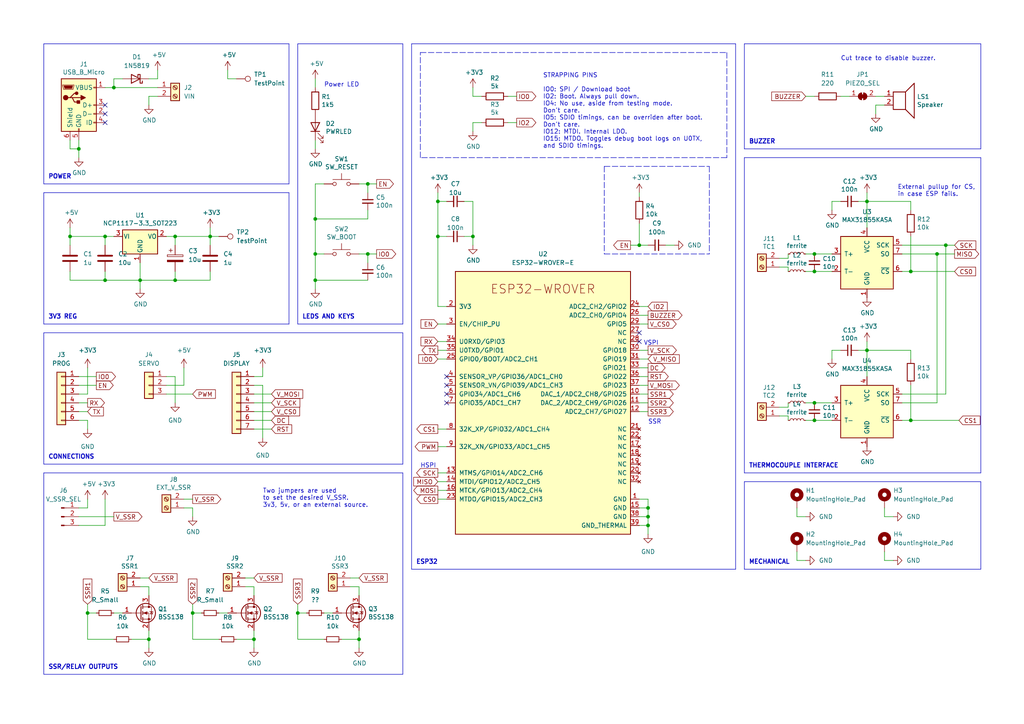
<source format=kicad_sch>
(kicad_sch (version 20211123) (generator eeschema)
  (paper "A4")
  (title_block (title "ReflowESP") (date "2022-07-24") (rev "v0.0.6") (company "Thomas Aldrian"))
  (junction (at 22.86 43.18))
  (junction (at 30.48 68.58))
  (junction (at 25.4 177.8))
  (junction (at 274.32 71.12))
  (junction (at 127 58.42))
  (junction (at 91.44 73.66))
  (junction (at 185.42 71.12))
  (junction (at 187.96 152.4))
  (junction (at 50.8 68.58))
  (junction (at 187.96 147.32))
  (junction (at 137.16 68.58))
  (junction (at 236.22 73.66))
  (junction (at 236.22 116.84))
  (junction (at 60.96 68.58))
  (junction (at 73.66 185.42))
  (junction (at 30.48 81.28))
  (junction (at 106.68 53.34))
  (junction (at 236.22 78.74))
  (junction (at 187.96 149.86))
  (junction (at 43.18 185.42))
  (junction (at 33.02 25.4))
  (junction (at 50.8 81.28))
  (junction (at 127 68.58))
  (junction (at 40.64 81.28))
  (junction (at 104.14 185.42))
  (junction (at 91.44 63.5))
  (junction (at 251.46 58.42))
  (junction (at 271.78 73.66))
  (junction (at 264.16 121.92))
  (junction (at 55.88 177.8))
  (junction (at 264.16 78.74))
  (junction (at 236.22 121.92))
  (junction (at 251.46 101.6))
  (junction (at 20.32 68.58))
  (junction (at 106.68 73.66))
  (junction (at 91.44 81.28))
  (junction (at 86.36 177.8))
  (no_connect (at 129.54 109.22))
  (no_connect (at 129.54 111.76))
  (no_connect (at 129.54 114.3))
  (no_connect (at 129.54 116.84))
  (no_connect (at 30.48 30.48))
  (no_connect (at 30.48 33.02))
  (no_connect (at 30.48 35.56))
  (no_connect (at 185.42 96.52))
  (no_connect (at 185.42 99.06))
  (wire (pts (xy 25.4 147.32) (xy 25.4 144.78)))
  (wire (pts (xy 91.44 73.66) (xy 91.44 63.5)))
  (wire (pts (xy 73.66 124.46) (xy 78.74 124.46)))
  (wire (pts (xy 127 104.14) (xy 129.54 104.14)))
  (wire (pts (xy 33.02 25.4) (xy 30.48 25.4)))
  (wire (pts (xy 25.4 177.8) (xy 27.94 177.8)))
  (wire (pts (xy 271.78 116.84) (xy 271.78 73.66)))
  (polyline (pts (xy 83.82 12.7) (xy 83.82 53.34)) (stroke (width 0) (type solid)))
  (polyline (pts (xy 116.84 12.7) (xy 86.36 12.7)) (stroke (width 0) (type solid)))
  (polyline (pts (xy 116.84 134.62) (xy 12.7 134.62)) (stroke (width 0) (type solid)))
  (wire (pts (xy 101.6 170.18) (xy 104.14 170.18)))
  (wire (pts (xy 104.14 170.18) (xy 104.14 172.72)))
  (wire (pts (xy 25.4 114.3) (xy 25.4 106.68)))
  (wire (pts (xy 149.86 35.56) (xy 147.32 35.56)))
  (wire (pts (xy 185.42 149.86) (xy 187.96 149.86)))
  (wire (pts (xy 137.16 68.58) (xy 137.16 71.12)))
  (wire (pts (xy 251.46 99.06) (xy 251.46 101.6)))
  (wire (pts (xy 185.42 55.88) (xy 185.42 57.15)))
  (wire (pts (xy 231.14 162.56) (xy 233.68 162.56)))
  (wire (pts (xy 185.42 93.98) (xy 187.96 93.98)))
  (wire (pts (xy 48.26 111.76) (xy 53.34 111.76)))
  (wire (pts (xy 22.86 111.76) (xy 27.94 111.76)))
  (wire (pts (xy 241.3 101.6) (xy 243.84 101.6)))
  (wire (pts (xy 261.62 116.84) (xy 271.78 116.84)))
  (wire (pts (xy 22.86 43.18) (xy 20.32 43.18)))
  (wire (pts (xy 271.78 73.66) (xy 276.86 73.66)))
  (wire (pts (xy 86.36 177.8) (xy 88.9 177.8)))
  (wire (pts (xy 248.92 58.42) (xy 251.46 58.42)))
  (wire (pts (xy 33.02 22.86) (xy 33.02 25.4)))
  (wire (pts (xy 43.18 170.18) (xy 43.18 172.72)))
  (wire (pts (xy 73.66 116.84) (xy 78.74 116.84)))
  (wire (pts (xy 50.8 81.28) (xy 60.96 81.28)))
  (wire (pts (xy 147.32 27.94) (xy 149.86 27.94)))
  (polyline (pts (xy 12.7 195.58) (xy 116.84 195.58)) (stroke (width 0) (type solid)))
  (wire (pts (xy 33.02 177.8) (xy 35.56 177.8)))
  (wire (pts (xy 30.48 68.58) (xy 33.02 68.58)))
  (polyline (pts (xy 215.9 45.72) (xy 215.9 137.16)) (stroke (width 0) (type solid)))
  (wire (pts (xy 104.14 167.64) (xy 101.6 167.64)))
  (wire (pts (xy 86.36 185.42) (xy 93.98 185.42)))
  (wire (pts (xy 30.48 68.58) (xy 30.48 71.12)))
  (wire (pts (xy 22.86 119.38) (xy 25.4 119.38)))
  (wire (pts (xy 20.32 78.74) (xy 20.32 81.28)))
  (wire (pts (xy 127 68.58) (xy 129.54 68.58)))
  (polyline (pts (xy 284.48 139.7) (xy 284.48 165.1)) (stroke (width 0) (type solid)))
  (wire (pts (xy 25.4 121.92) (xy 25.4 124.46)))
  (wire (pts (xy 60.96 68.58) (xy 50.8 68.58)))
  (wire (pts (xy 231.14 149.86) (xy 233.68 149.86)))
  (wire (pts (xy 40.64 83.82) (xy 40.64 81.28)))
  (wire (pts (xy 127 55.88) (xy 127 58.42)))
  (wire (pts (xy 233.68 121.92) (xy 236.22 121.92)))
  (wire (pts (xy 106.68 73.66) (xy 104.14 73.66)))
  (wire (pts (xy 106.68 60.96) (xy 106.68 63.5)))
  (wire (pts (xy 231.14 160.02) (xy 231.14 162.56)))
  (wire (pts (xy 20.32 68.58) (xy 30.48 68.58)))
  (wire (pts (xy 185.42 104.14) (xy 187.96 104.14)))
  (wire (pts (xy 91.44 83.82) (xy 91.44 81.28)))
  (wire (pts (xy 256.54 147.32) (xy 256.54 149.86)))
  (wire (pts (xy 106.68 55.88) (xy 106.68 53.34)))
  (wire (pts (xy 241.3 104.14) (xy 241.3 101.6)))
  (wire (pts (xy 193.04 71.12) (xy 195.58 71.12)))
  (wire (pts (xy 25.4 185.42) (xy 25.4 177.8)))
  (wire (pts (xy 185.42 71.12) (xy 187.96 71.12)))
  (wire (pts (xy 86.36 185.42) (xy 86.36 177.8)))
  (wire (pts (xy 228.6 77.47) (xy 226.06 77.47)))
  (wire (pts (xy 106.68 76.2) (xy 106.68 73.66)))
  (wire (pts (xy 251.46 58.42) (xy 251.46 66.04)))
  (polyline (pts (xy 284.48 45.72) (xy 215.9 45.72)) (stroke (width 0) (type solid)))
  (wire (pts (xy 40.64 81.28) (xy 40.64 76.2)))
  (wire (pts (xy 55.88 177.8) (xy 58.42 177.8)))
  (polyline (pts (xy 86.36 93.98) (xy 86.36 12.7)) (stroke (width 0) (type solid)))
  (wire (pts (xy 185.42 109.22) (xy 187.96 109.22)))
  (wire (pts (xy 233.68 116.84) (xy 236.22 116.84)))
  (wire (pts (xy 228.6 74.93) (xy 226.06 74.93)))
  (polyline (pts (xy 116.84 12.7) (xy 116.84 93.98)) (stroke (width 0) (type solid)))
  (wire (pts (xy 106.68 73.66) (xy 109.22 73.66)))
  (wire (pts (xy 127 139.7) (xy 129.54 139.7)))
  (wire (pts (xy 50.8 109.22) (xy 48.26 109.22)))
  (wire (pts (xy 104.14 182.88) (xy 104.14 185.42)))
  (wire (pts (xy 264.16 104.14) (xy 264.16 101.6)))
  (wire (pts (xy 182.88 71.12) (xy 185.42 71.12)))
  (polyline (pts (xy 205.74 48.26) (xy 205.74 73.66)))
  (wire (pts (xy 25.4 175.26) (xy 25.4 177.8)))
  (wire (pts (xy 93.98 73.66) (xy 91.44 73.66)))
  (wire (pts (xy 251.46 58.42) (xy 264.16 58.42)))
  (wire (pts (xy 86.36 175.26) (xy 86.36 177.8)))
  (wire (pts (xy 50.8 71.12) (xy 50.8 68.58)))
  (wire (pts (xy 137.16 58.42) (xy 137.16 68.58)))
  (wire (pts (xy 261.62 114.3) (xy 274.32 114.3)))
  (wire (pts (xy 20.32 66.04) (xy 20.32 68.58)))
  (wire (pts (xy 254 30.48) (xy 256.54 30.48)))
  (wire (pts (xy 254 33.02) (xy 254 30.48)))
  (polyline (pts (xy 213.36 165.1) (xy 119.38 165.1)) (stroke (width 0) (type solid)))
  (wire (pts (xy 187.96 154.94) (xy 187.96 152.4)))
  (wire (pts (xy 55.88 147.32) (xy 55.88 149.86)))
  (wire (pts (xy 134.62 68.58) (xy 137.16 68.58)))
  (wire (pts (xy 187.96 149.86) (xy 187.96 152.4)))
  (polyline (pts (xy 83.82 53.34) (xy 12.7 53.34)) (stroke (width 0) (type solid)))
  (polyline (pts (xy 284.48 165.1) (xy 215.9 165.1)) (stroke (width 0) (type solid)))
  (polyline (pts (xy 175.26 73.66) (xy 205.74 73.66)))
  (wire (pts (xy 185.42 106.68) (xy 187.96 106.68)))
  (wire (pts (xy 137.16 35.56) (xy 139.7 35.56)))
  (wire (pts (xy 233.68 73.66) (xy 236.22 73.66)))
  (wire (pts (xy 185.42 88.9) (xy 187.96 88.9)))
  (wire (pts (xy 236.22 73.66) (xy 241.3 73.66)))
  (wire (pts (xy 43.18 22.86) (xy 45.72 22.86)))
  (polyline (pts (xy 284.48 137.16) (xy 284.48 45.72)) (stroke (width 0) (type solid)))
  (polyline (pts (xy 215.9 137.16) (xy 284.48 137.16)) (stroke (width 0) (type solid)))
  (polyline (pts (xy 215.9 139.7) (xy 215.9 165.1)) (stroke (width 0) (type solid)))
  (wire (pts (xy 20.32 68.58) (xy 20.32 71.12)))
  (wire (pts (xy 76.2 109.22) (xy 73.66 109.22)))
  (wire (pts (xy 127 101.6) (xy 129.54 101.6)))
  (wire (pts (xy 185.42 101.6) (xy 187.96 101.6)))
  (wire (pts (xy 137.16 38.1) (xy 137.16 35.56)))
  (wire (pts (xy 127 144.78) (xy 129.54 144.78)))
  (polyline (pts (xy 12.7 55.88) (xy 12.7 93.98)) (stroke (width 0) (type solid)))
  (wire (pts (xy 25.4 185.42) (xy 33.02 185.42)))
  (wire (pts (xy 127 93.98) (xy 129.54 93.98)))
  (wire (pts (xy 91.44 53.34) (xy 91.44 63.5)))
  (wire (pts (xy 22.86 152.4) (xy 30.48 152.4)))
  (wire (pts (xy 127 129.54) (xy 129.54 129.54)))
  (wire (pts (xy 261.62 78.74) (xy 264.16 78.74)))
  (wire (pts (xy 93.98 53.34) (xy 91.44 53.34)))
  (polyline (pts (xy 213.36 12.7) (xy 213.36 165.1)) (stroke (width 0) (type solid)))
  (wire (pts (xy 91.44 81.28) (xy 91.44 73.66)))
  (wire (pts (xy 251.46 101.6) (xy 251.46 109.22)))
  (polyline (pts (xy 175.26 48.26) (xy 175.26 73.66)))
  (wire (pts (xy 30.48 78.74) (xy 30.48 81.28)))
  (wire (pts (xy 38.1 185.42) (xy 43.18 185.42)))
  (wire (pts (xy 241.3 60.96) (xy 241.3 58.42)))
  (wire (pts (xy 43.18 27.94) (xy 45.72 27.94)))
  (wire (pts (xy 73.66 167.64) (xy 71.12 167.64)))
  (wire (pts (xy 274.32 71.12) (xy 276.86 71.12)))
  (wire (pts (xy 127 58.42) (xy 127 68.58)))
  (wire (pts (xy 48.26 114.3) (xy 55.88 114.3)))
  (wire (pts (xy 185.42 91.44) (xy 187.96 91.44)))
  (wire (pts (xy 53.34 147.32) (xy 55.88 147.32)))
  (polyline (pts (xy 12.7 195.58) (xy 12.7 137.16)) (stroke (width 0) (type solid)))
  (wire (pts (xy 233.68 27.94) (xy 236.22 27.94)))
  (wire (pts (xy 91.44 81.28) (xy 106.68 81.28)))
  (wire (pts (xy 99.06 185.42) (xy 104.14 185.42)))
  (wire (pts (xy 20.32 81.28) (xy 30.48 81.28)))
  (wire (pts (xy 22.86 149.86) (xy 33.02 149.86)))
  (wire (pts (xy 261.62 73.66) (xy 271.78 73.66)))
  (wire (pts (xy 243.84 27.94) (xy 246.38 27.94)))
  (wire (pts (xy 22.86 116.84) (xy 25.4 116.84)))
  (wire (pts (xy 43.18 185.42) (xy 43.18 187.96)))
  (wire (pts (xy 71.12 170.18) (xy 73.66 170.18)))
  (wire (pts (xy 264.16 111.76) (xy 264.16 121.92)))
  (wire (pts (xy 261.62 71.12) (xy 274.32 71.12)))
  (wire (pts (xy 228.6 116.84) (xy 228.6 118.11)))
  (wire (pts (xy 185.42 111.76) (xy 187.96 111.76)))
  (wire (pts (xy 187.96 147.32) (xy 187.96 149.86)))
  (polyline (pts (xy 12.7 55.88) (xy 83.82 55.88)) (stroke (width 0) (type solid)))
  (polyline (pts (xy 83.82 55.88) (xy 83.82 93.98)) (stroke (width 0) (type solid)))
  (wire (pts (xy 43.18 182.88) (xy 43.18 185.42)))
  (polyline (pts (xy 121.92 45.72) (xy 121.92 15.24)))
  (wire (pts (xy 236.22 116.84) (xy 241.3 116.84)))
  (polyline (pts (xy 284.48 43.18) (xy 284.48 12.7)) (stroke (width 0) (type solid)))
  (wire (pts (xy 60.96 66.04) (xy 60.96 68.58)))
  (wire (pts (xy 185.42 144.78) (xy 187.96 144.78)))
  (wire (pts (xy 73.66 170.18) (xy 73.66 172.72)))
  (wire (pts (xy 73.66 119.38) (xy 78.74 119.38)))
  (wire (pts (xy 33.02 22.86) (xy 35.56 22.86)))
  (wire (pts (xy 256.54 160.02) (xy 256.54 162.56)))
  (wire (pts (xy 50.8 78.74) (xy 50.8 81.28)))
  (polyline (pts (xy 284.48 12.7) (xy 215.9 12.7)) (stroke (width 0) (type solid)))
  (wire (pts (xy 127 124.46) (xy 129.54 124.46)))
  (wire (pts (xy 241.3 58.42) (xy 243.84 58.42)))
  (wire (pts (xy 185.42 116.84) (xy 187.96 116.84)))
  (wire (pts (xy 127 142.24) (xy 129.54 142.24)))
  (wire (pts (xy 76.2 111.76) (xy 76.2 127)))
  (wire (pts (xy 261.62 121.92) (xy 264.16 121.92)))
  (wire (pts (xy 63.5 177.8) (xy 66.04 177.8)))
  (wire (pts (xy 73.66 121.92) (xy 78.74 121.92)))
  (wire (pts (xy 137.16 25.4) (xy 137.16 27.94)))
  (wire (pts (xy 43.18 30.48) (xy 43.18 27.94)))
  (wire (pts (xy 104.14 185.42) (xy 104.14 187.96)))
  (wire (pts (xy 264.16 68.58) (xy 264.16 78.74)))
  (wire (pts (xy 22.86 114.3) (xy 25.4 114.3)))
  (wire (pts (xy 228.6 121.92) (xy 228.6 120.65)))
  (wire (pts (xy 73.66 114.3) (xy 78.74 114.3)))
  (wire (pts (xy 134.62 58.42) (xy 137.16 58.42)))
  (polyline (pts (xy 215.9 43.18) (xy 284.48 43.18)) (stroke (width 0) (type solid)))
  (wire (pts (xy 185.42 147.32) (xy 187.96 147.32)))
  (wire (pts (xy 22.86 43.18) (xy 22.86 40.64)))
  (wire (pts (xy 185.42 119.38) (xy 187.96 119.38)))
  (wire (pts (xy 93.98 177.8) (xy 96.52 177.8)))
  (polyline (pts (xy 215.9 12.7) (xy 215.9 43.18)) (stroke (width 0) (type solid)))
  (wire (pts (xy 55.88 185.42) (xy 55.88 177.8)))
  (wire (pts (xy 30.48 81.28) (xy 40.64 81.28)))
  (wire (pts (xy 228.6 118.11) (xy 226.06 118.11)))
  (polyline (pts (xy 210.82 45.72) (xy 121.92 45.72)))
  (wire (pts (xy 274.32 114.3) (xy 274.32 71.12)))
  (wire (pts (xy 91.44 43.18) (xy 91.44 40.64)))
  (wire (pts (xy 60.96 68.58) (xy 63.5 68.58)))
  (wire (pts (xy 264.16 121.92) (xy 278.13 121.92)))
  (wire (pts (xy 45.72 22.86) (xy 45.72 20.32)))
  (polyline (pts (xy 215.9 139.7) (xy 284.48 139.7)) (stroke (width 0) (type solid)))
  (wire (pts (xy 127 99.06) (xy 129.54 99.06)))
  (polyline (pts (xy 119.38 165.1) (xy 119.38 12.7)) (stroke (width 0) (type solid)))
  (wire (pts (xy 73.66 185.42) (xy 73.66 187.96)))
  (polyline (pts (xy 210.82 15.24) (xy 210.82 45.72)))
  (wire (pts (xy 185.42 64.77) (xy 185.42 71.12)))
  (wire (pts (xy 73.66 182.88) (xy 73.66 185.42)))
  (wire (pts (xy 66.04 22.86) (xy 68.58 22.86)))
  (polyline (pts (xy 12.7 96.52) (xy 116.84 96.52)) (stroke (width 0) (type solid)))
  (wire (pts (xy 137.16 27.94) (xy 139.7 27.94)))
  (polyline (pts (xy 116.84 137.16) (xy 12.7 137.16)) (stroke (width 0) (type solid)))
  (wire (pts (xy 68.58 185.42) (xy 73.66 185.42)))
  (wire (pts (xy 40.64 170.18) (xy 43.18 170.18)))
  (polyline (pts (xy 12.7 93.98) (xy 83.82 93.98)) (stroke (width 0) (type solid)))
  (wire (pts (xy 127 137.16) (xy 129.54 137.16)))
  (wire (pts (xy 76.2 106.68) (xy 76.2 109.22)))
  (wire (pts (xy 104.14 53.34) (xy 106.68 53.34)))
  (wire (pts (xy 251.46 101.6) (xy 264.16 101.6)))
  (polyline (pts (xy 12.7 134.62) (xy 12.7 96.52)) (stroke (width 0) (type solid)))
  (wire (pts (xy 228.6 78.74) (xy 228.6 77.47)))
  (wire (pts (xy 55.88 185.42) (xy 63.5 185.42)))
  (wire (pts (xy 22.86 109.22) (xy 27.94 109.22)))
  (polyline (pts (xy 116.84 137.16) (xy 116.84 195.58)) (stroke (width 0) (type solid)))
  (polyline (pts (xy 86.36 93.98) (xy 116.84 93.98)) (stroke (width 0) (type solid)))
  (wire (pts (xy 40.64 81.28) (xy 50.8 81.28)))
  (wire (pts (xy 228.6 73.66) (xy 228.6 74.93)))
  (polyline (pts (xy 116.84 96.52) (xy 116.84 134.62)) (stroke (width 0) (type solid)))
  (wire (pts (xy 256.54 149.86) (xy 259.08 149.86)))
  (wire (pts (xy 236.22 121.92) (xy 241.3 121.92)))
  (wire (pts (xy 55.88 175.26) (xy 55.88 177.8)))
  (wire (pts (xy 30.48 152.4) (xy 30.48 144.78)))
  (wire (pts (xy 187.96 144.78) (xy 187.96 147.32)))
  (wire (pts (xy 251.46 55.88) (xy 251.46 58.42)))
  (polyline (pts (xy 119.38 12.7) (xy 213.36 12.7)) (stroke (width 0) (type solid)))
  (wire (pts (xy 50.8 116.84) (xy 50.8 109.22)))
  (wire (pts (xy 236.22 78.74) (xy 241.3 78.74)))
  (polyline (pts (xy 175.26 48.26) (xy 205.74 48.26)))
  (wire (pts (xy 106.68 53.34) (xy 109.22 53.34)))
  (wire (pts (xy 73.66 111.76) (xy 76.2 111.76)))
  (wire (pts (xy 53.34 111.76) (xy 53.34 106.68)))
  (wire (pts (xy 22.86 45.72) (xy 22.86 43.18)))
  (wire (pts (xy 22.86 147.32) (xy 25.4 147.32)))
  (wire (pts (xy 233.68 78.74) (xy 236.22 78.74)))
  (wire (pts (xy 66.04 20.32) (xy 66.04 22.86)))
  (wire (pts (xy 60.96 71.12) (xy 60.96 68.58)))
  (wire (pts (xy 33.02 25.4) (xy 45.72 25.4)))
  (polyline (pts (xy 12.7 12.7) (xy 83.82 12.7)) (stroke (width 0) (type solid)))
  (wire (pts (xy 231.14 147.32) (xy 231.14 149.86)))
  (wire (pts (xy 187.96 152.4) (xy 185.42 152.4)))
  (wire (pts (xy 55.88 144.78) (xy 53.34 144.78)))
  (wire (pts (xy 43.18 167.64) (xy 40.64 167.64)))
  (wire (pts (xy 256.54 162.56) (xy 259.08 162.56)))
  (wire (pts (xy 106.68 63.5) (xy 91.44 63.5)))
  (wire (pts (xy 60.96 78.74) (xy 60.96 81.28)))
  (wire (pts (xy 50.8 68.58) (xy 48.26 68.58)))
  (polyline (pts (xy 12.7 53.34) (xy 12.7 12.7)) (stroke (width 0) (type solid)))
  (wire (pts (xy 264.16 78.74) (xy 276.86 78.74)))
  (wire (pts (xy 248.92 101.6) (xy 251.46 101.6)))
  (wire (pts (xy 185.42 114.3) (xy 187.96 114.3)))
  (wire (pts (xy 127 88.9) (xy 129.54 88.9)))
  (wire (pts (xy 22.86 121.92) (xy 25.4 121.92)))
  (wire (pts (xy 20.32 43.18) (xy 20.32 40.64)))
  (wire (pts (xy 254 27.94) (xy 256.54 27.94)))
  (wire (pts (xy 91.44 22.86) (xy 91.44 25.4)))
  (polyline (pts (xy 121.92 15.24) (xy 210.82 15.24)))
  (wire (pts (xy 228.6 120.65) (xy 226.06 120.65)))
  (wire (pts (xy 127 58.42) (xy 129.54 58.42)))
  (wire (pts (xy 264.16 58.42) (xy 264.16 60.96)))
  (wire (pts (xy 127 68.58) (xy 127 88.9)))
  (text "STRAPPING PINS\n\nIO0: SPI / Download boot\nIO2: Boot. Always pull down.\nIO4: No use, aside from testing mode.\nDon't care.\nIO5: SDIO timings, can be overriden after boot.\nDon't care.\nIO12: MTDI. Internal LDO.\nIO15: MTDO. Toggles debug boot logs on U0TX,\nand SDIO timings." (at 157.48 43.18 0) (effects (font (size 1.27 1.27)) (justify left bottom)))
  (text "THERMOCOUPLE INTERFACE" (at 217.17 135.89 0) (effects (font (size 1.27 1.27) (thickness 0.254) bold) (justify left bottom)))
  (text "Power LED" (at 93.98 25.4 0) (effects (font (size 1.27 1.27)) (justify left bottom)))
  (text "VSPI" (at 186.69 100.33 0) (effects (font (size 1.27 1.27)) (justify left bottom)))
  (text "POWER" (at 13.97 52.07 0) (effects (font (size 1.27 1.27) (thickness 0.254) bold) (justify left bottom)))
  (text "Two jumpers are used\nto set the desired V_SSR.\n3v3, 5v, or an external source." (at 76.2 147.32 0) (effects (font (size 1.27 1.27)) (justify left bottom)))
  (text "3V3 REG" (at 13.97 92.71 0) (effects (font (size 1.27 1.27) (thickness 0.254) bold) (justify left bottom)))
  (text "SSR/RELAY OUTPUTS" (at 13.97 194.31 0) (effects (font (size 1.27 1.27) (thickness 0.254) bold) (justify left bottom)))
  (text "BUZZER" (at 217.17 41.91 0) (effects (font (size 1.27 1.27) (thickness 0.254) bold) (justify left bottom)))
  (text "SSR" (at 187.96 123.19 0) (effects (font (size 1.27 1.27)) (justify left bottom)))
  (text "External pullup for CS,\nin case ESP fails." (at 260.35 57.15 0) (effects (font (size 1.27 1.27)) (justify left bottom)))
  (text "MECHANICAL" (at 217.17 163.83 0) (effects (font (size 1.27 1.27) (thickness 0.254) bold) (justify left bottom)))
  (text "Cut trace to disable buzzer." (at 243.84 17.78 0) (effects (font (size 1.27 1.27)) (justify left bottom)))
  (text "ESP32" (at 120.65 163.83 0) (effects (font (size 1.27 1.27) (thickness 0.254) bold) (justify left bottom)))
  (text "CONNECTIONS" (at 13.97 133.35 0) (effects (font (size 1.27 1.27) (thickness 0.254) bold) (justify left bottom)))
  (text "LEDS AND KEYS" (at 87.63 92.71 0) (effects (font (size 1.27 1.27) (thickness 0.254) bold) (justify left bottom)))
  (text "HSPI" (at 121.92 135.89 0) (effects (font (size 1.27 1.27)) (justify left bottom)))
  (global_label "MISO" (shape output) (at 276.86 73.66 0) (property "Intersheet References" "${INTERSHEET_REFS}" (effects hide)))
  (global_label "SSR1" (shape input) (at 25.4 175.26 90) (property "Intersheet References" "${INTERSHEET_REFS}" (effects hide)))
  (global_label "IO0" (shape output) (at 27.94 109.22 0) (property "Intersheet References" "${INTERSHEET_REFS}" (effects hide)))
  (global_label "SCK" (shape output) (at 127 137.16 180) (property "Intersheet References" "${INTERSHEET_REFS}" (effects hide)))
  (global_label "TX" (shape input) (at 25.4 119.38 0) (property "Intersheet References" "${INTERSHEET_REFS}" (effects hide)))
  (global_label "SCK" (shape input) (at 276.86 71.12 0) (property "Intersheet References" "${INTERSHEET_REFS}" (effects hide)))
  (global_label "V_CS0" (shape input) (at 78.74 119.38 0) (property "Intersheet References" "${INTERSHEET_REFS}" (effects hide)))
  (global_label "DC" (shape input) (at 78.74 121.92 0) (property "Intersheet References" "${INTERSHEET_REFS}" (effects hide)))
  (global_label "PWM" (shape input) (at 55.88 114.3 0) (property "Intersheet References" "${INTERSHEET_REFS}" (effects hide)))
  (global_label "IO2" (shape output) (at 149.86 35.56 0) (property "Intersheet References" "${INTERSHEET_REFS}" (effects hide)))
  (global_label "EN" (shape output) (at 27.94 111.76 0) (property "Intersheet References" "${INTERSHEET_REFS}" (effects hide)))
  (global_label "EN" (shape output) (at 109.22 53.34 0) (property "Intersheet References" "${INTERSHEET_REFS}" (effects hide)))
  (global_label "V_SCK" (shape input) (at 78.74 116.84 0) (property "Intersheet References" "${INTERSHEET_REFS}" (effects hide)))
  (global_label "EN" (shape input) (at 127 93.98 180) (property "Intersheet References" "${INTERSHEET_REFS}" (effects hide)))
  (global_label "SSR1" (shape output) (at 187.96 114.3 0) (property "Intersheet References" "${INTERSHEET_REFS}" (effects hide)))
  (global_label "BUZZER" (shape input) (at 233.68 27.94 180) (property "Intersheet References" "${INTERSHEET_REFS}" (effects hide)))
  (global_label "V_SSR" (shape output) (at 55.88 144.78 0) (property "Intersheet References" "${INTERSHEET_REFS}" (effects hide)))
  (global_label "V_CS0" (shape output) (at 187.96 93.98 0) (property "Intersheet References" "${INTERSHEET_REFS}" (effects hide)))
  (global_label "V_MISO" (shape input) (at 187.96 104.14 0) (property "Intersheet References" "${INTERSHEET_REFS}" (effects hide)))
  (global_label "IO2" (shape input) (at 187.96 88.9 0) (property "Intersheet References" "${INTERSHEET_REFS}" (effects hide)))
  (global_label "V_SSR" (shape input) (at 43.18 167.64 0) (property "Intersheet References" "${INTERSHEET_REFS}" (effects hide)))
  (global_label "V_MOSI" (shape output) (at 187.96 111.76 0) (property "Intersheet References" "${INTERSHEET_REFS}" (effects hide)))
  (global_label "IO0" (shape input) (at 127 104.14 180) (property "Intersheet References" "${INTERSHEET_REFS}" (effects hide)))
  (global_label "V_SSR" (shape input) (at 73.66 167.64 0) (property "Intersheet References" "${INTERSHEET_REFS}" (effects hide)))
  (global_label "CS1" (shape input) (at 278.13 121.92 0) (property "Intersheet References" "${INTERSHEET_REFS}" (effects hide)))
  (global_label "SSR2" (shape output) (at 187.96 116.84 0) (property "Intersheet References" "${INTERSHEET_REFS}" (effects hide)))
  (global_label "RX" (shape output) (at 25.4 116.84 0) (property "Intersheet References" "${INTERSHEET_REFS}" (effects hide)))
  (global_label "RX" (shape input) (at 127 99.06 180) (property "Intersheet References" "${INTERSHEET_REFS}" (effects hide)))
  (global_label "MOSI" (shape output) (at 127 142.24 180) (property "Intersheet References" "${INTERSHEET_REFS}" (effects hide)))
  (global_label "IO0" (shape output) (at 149.86 27.94 0) (property "Intersheet References" "${INTERSHEET_REFS}" (effects hide)))
  (global_label "TX" (shape output) (at 127 101.6 180) (property "Intersheet References" "${INTERSHEET_REFS}" (effects hide)))
  (global_label "EN" (shape output) (at 182.88 71.12 180) (property "Intersheet References" "${INTERSHEET_REFS}" (effects hide)))
  (global_label "CS1" (shape output) (at 127 124.46 180) (property "Intersheet References" "${INTERSHEET_REFS}" (effects hide)))
  (global_label "SSR3" (shape input) (at 86.36 175.26 90) (property "Intersheet References" "${INTERSHEET_REFS}" (effects hide)))
  (global_label "SSR3" (shape output) (at 187.96 119.38 0) (property "Intersheet References" "${INTERSHEET_REFS}" (effects hide)))
  (global_label "RST" (shape output) (at 187.96 109.22 0) (property "Intersheet References" "${INTERSHEET_REFS}" (effects hide)))
  (global_label "DC" (shape output) (at 187.96 106.68 0) (property "Intersheet References" "${INTERSHEET_REFS}" (effects hide)))
  (global_label "PWM" (shape output) (at 127 129.54 180) (property "Intersheet References" "${INTERSHEET_REFS}" (effects hide)))
  (global_label "CS0" (shape output) (at 127 144.78 180) (property "Intersheet References" "${INTERSHEET_REFS}" (effects hide)))
  (global_label "V_SCK" (shape output) (at 187.96 101.6 0) (property "Intersheet References" "${INTERSHEET_REFS}" (effects hide)))
  (global_label "CS0" (shape input) (at 276.86 78.74 0) (property "Intersheet References" "${INTERSHEET_REFS}" (effects hide)))
  (global_label "V_SSR" (shape input) (at 104.14 167.64 0) (property "Intersheet References" "${INTERSHEET_REFS}" (effects hide)))
  (global_label "SSR2" (shape input) (at 55.88 175.26 90) (property "Intersheet References" "${INTERSHEET_REFS}" (effects hide)))
  (global_label "RST" (shape input) (at 78.74 124.46 0) (property "Intersheet References" "${INTERSHEET_REFS}" (effects hide)))
  (global_label "IO0" (shape output) (at 109.22 73.66 0) (property "Intersheet References" "${INTERSHEET_REFS}" (effects hide)))
  (global_label "MISO" (shape input) (at 127 139.7 180) (property "Intersheet References" "${INTERSHEET_REFS}" (effects hide)))
  (global_label "V_MOSI" (shape input) (at 78.74 114.3 0) (property "Intersheet References" "${INTERSHEET_REFS}" (effects hide)))
  (global_label "BUZZER" (shape output) (at 187.96 91.44 0) (property "Intersheet References" "${INTERSHEET_REFS}" (effects hide)))
  (global_label "V_SSR" (shape output) (at 33.02 149.86 0) (property "Intersheet References" "${INTERSHEET_REFS}" (effects hide)))
  (symbol (lib_id "Sensor_Temperature:MAX31855KASA") (at 251.46 76.2 0) (unit 1)
    (property "Reference" "U3" (at 251.46 61.4426 0))
    (property "Value" "MAX31855KASA" (at 251.46 63.754 0))
    (property "Footprint" "Package_SO:SOIC-8_3.9x4.9mm_P1.27mm" (effects hide))
    (property "Datasheet" "http://datasheets.maximintegrated.com/en/ds/MAX31855.pdf" (effects hide))
  )
  (symbol (lib_id "Sensor_Temperature:MAX31855KASA") (at 251.46 119.38 0) (unit 1)
    (property "Reference" "U4" (at 251.46 104.6226 0))
    (property "Value" "MAX31855KASA" (at 251.46 106.934 0))
    (property "Footprint" "Package_SO:SOIC-8_3.9x4.9mm_P1.27mm" (effects hide))
    (property "Datasheet" "http://datasheets.maximintegrated.com/en/ds/MAX31855.pdf" (effects hide))
  )
  (symbol (lib_id "Connector:Screw_Terminal_01x02") (at 48.26 147.32 180) (unit 1)
    (property "Reference" "J8" (at 50.3428 139.065 0))
    (property "Value" "EXT_V_SSR" (at 50.3428 141.3764 0))
    (property "Footprint" "TerminalBlock_KF301:TerminalBlock_KF301-2P" (effects hide))
  )
  (symbol (lib_id "power:GND") (at 55.88 149.86 0) (unit 1)
    (property "Reference" "#PWR027" (effects hide))
    (property "Value" "GND" (at 56.007 154.2542 0))
  )
  (symbol (lib_id "power:GND") (at 251.46 86.36 0) (unit 1)
    (property "Reference" "#PWR034" (effects hide))
    (property "Value" "GND" (at 251.587 90.7542 0))
  )
  (symbol (lib_id "Connector:USB_B_Micro") (at 22.86 30.48 0) (unit 1)
    (property "Reference" "J1" (at 24.3078 18.6182 0))
    (property "Value" "USB_B_Micro" (at 24.3078 20.9296 0))
    (property "Footprint" "Connector_USB:USB_Micro-B_Molex_47346-0001" (effects hide))
  )
  (symbol (lib_id "power:GND") (at 22.86 45.72 0) (unit 1)
    (property "Reference" "#PWR01" (effects hide))
    (property "Value" "GND" (at 22.987 50.1142 0))
  )
  (symbol (lib_id "power:+5V") (at 45.72 20.32 0) (unit 1)
    (property "Reference" "#PWR03" (effects hide))
    (property "Value" "+5V" (at 46.101 15.9258 0))
  )
  (symbol (lib_id "power:GND") (at 40.64 83.82 0) (unit 1)
    (property "Reference" "#PWR05" (effects hide))
    (property "Value" "GND" (at 40.767 88.2142 0))
  )
  (symbol (lib_id "Connector:Screw_Terminal_01x02") (at 66.04 170.18 180) (unit 1)
    (property "Reference" "J9" (at 68.1228 161.925 0))
    (property "Value" "SSR2" (at 68.1228 164.2364 0))
    (property "Footprint" "TerminalBlock_KF301:TerminalBlock_KF301-2P" (effects hide))
  )
  (symbol (lib_id "Transistor_FET:BSS138") (at 71.12 177.8 0) (unit 1)
    (property "Reference" "Q2" (at 76.3016 176.6316 0) (effects (justify left)))
    (property "Value" "BSS138" (at 76.3016 178.943 0) (effects (justify left)))
    (property "Footprint" "Package_TO_SOT_SMD:SOT-23" (effects hide))
    (property "Datasheet" "https://www.onsemi.com/pub/Collateral/BSS138-D.PDF" (effects hide))
  )
  (symbol (lib_id "power:GND") (at 73.66 187.96 0) (unit 1)
    (property "Reference" "#PWR028" (effects hide))
    (property "Value" "GND" (at 73.787 192.3542 0))
  )
  (symbol (lib_id "Regulator_Linear:NCP1117-3.3_SOT223") (at 40.64 68.58 0) (unit 1)
    (property "Reference" "U1" (at 40.64 62.4332 0))
    (property "Value" "NCP1117-3.3_SOT223" (at 40.64 64.7446 0))
    (property "Footprint" "Package_TO_SOT_SMD:SOT-223-3_TabPin2" (effects hide))
    (property "Datasheet" "http://www.onsemi.com/pub_link/Collateral/NCP1117-D.PDF" (effects hide))
  )
  (symbol (lib_id "power:+5V") (at 20.32 66.04 0) (unit 1)
    (property "Reference" "#PWR04" (effects hide))
    (property "Value" "+5V" (at 20.701 61.6458 0))
  )
  (symbol (lib_id "power:+3V3") (at 60.96 66.04 0) (unit 1)
    (property "Reference" "#PWR06" (effects hide))
    (property "Value" "+3V3" (at 61.341 61.6458 0))
  )
  (symbol (lib_id "power:+5V") (at 91.44 22.86 0) (unit 1)
    (property "Reference" "#PWR07" (effects hide))
    (property "Value" "+5V" (at 91.821 18.4658 0))
  )
  (symbol (lib_id "Device:R") (at 91.44 29.21 0) (unit 1)
    (property "Reference" "R1" (at 93.218 28.0416 0) (effects (justify left)))
    (property "Value" "1k5" (at 93.218 30.353 0) (effects (justify left)))
    (property "Footprint" "Resistor_SMD:R_0805_2012Metric" (effects hide))
  )
  (symbol (lib_id "Device:LED") (at 91.44 36.83 90) (unit 1)
    (property "Reference" "D2" (at 94.4372 35.8394 90) (effects (justify right)))
    (property "Value" "PWRLED" (at 94.4372 38.1508 90) (effects (justify right)))
    (property "Footprint" "LED_SMD:LED_0805_2012Metric" (effects hide))
  )
  (symbol (lib_id "power:GND") (at 91.44 43.18 0) (unit 1)
    (property "Reference" "#PWR08" (effects hide))
    (property "Value" "GND" (at 91.567 47.5742 0))
  )
  (symbol (lib_id "Device:C_Small") (at 246.38 101.6 90) (unit 1)
    (property "Reference" "C13" (at 246.38 95.7834 90))
    (property "Value" "100n" (at 246.38 98.0948 90))
    (property "Footprint" "Capacitor_SMD:C_0805_2012Metric" (effects hide))
  )
  (symbol (lib_id "Connector:Screw_Terminal_01x02") (at 35.56 170.18 180) (unit 1)
    (property "Reference" "J7" (at 37.6428 161.925 0))
    (property "Value" "SSR1" (at 37.6428 164.2364 0))
    (property "Footprint" "TerminalBlock_KF301:TerminalBlock_KF301-2P" (effects hide))
  )
  (symbol (lib_id "Transistor_FET:BSS138") (at 40.64 177.8 0) (unit 1)
    (property "Reference" "Q1" (at 45.8216 176.6316 0) (effects (justify left)))
    (property "Value" "BSS138" (at 45.8216 178.943 0) (effects (justify left)))
    (property "Footprint" "Package_TO_SOT_SMD:SOT-23" (effects hide))
    (property "Datasheet" "https://www.onsemi.com/pub/Collateral/BSS138-D.PDF" (effects hide))
  )
  (symbol (lib_id "power:GND") (at 43.18 187.96 0) (unit 1)
    (property "Reference" "#PWR026" (effects hide))
    (property "Value" "GND" (at 43.307 192.3542 0))
  )
  (symbol (lib_id "power:GND") (at 251.46 129.54 0) (unit 1)
    (property "Reference" "#PWR036" (effects hide))
    (property "Value" "GND" (at 251.587 133.9342 0))
  )
  (symbol (lib_id "power:+3V3") (at 251.46 99.06 0) (unit 1)
    (property "Reference" "#PWR035" (effects hide))
    (property "Value" "+3V3" (at 251.841 94.6658 0))
  )
  (symbol (lib_id "power:+3V3") (at 30.48 144.78 0) (unit 1)
    (property "Reference" "#PWR025" (effects hide))
    (property "Value" "+3V3" (at 30.861 140.3858 0))
  )
  (symbol (lib_id "power:GND") (at 241.3 104.14 0) (unit 1)
    (property "Reference" "#PWR032" (effects hide))
    (property "Value" "GND" (at 241.427 108.5342 0))
  )
  (symbol (lib_id "power:+5V") (at 25.4 144.78 0) (unit 1)
    (property "Reference" "#PWR024" (effects hide))
    (property "Value" "+5V" (at 25.781 140.3858 0))
  )
  (symbol (lib_id "Device:Speaker") (at 261.62 27.94 0) (unit 1)
    (property "Reference" "LS1" (at 265.938 28.0416 0) (effects (justify left)))
    (property "Value" "Speaker" (at 265.938 30.353 0) (effects (justify left)))
    (property "Footprint" "Buzzer_Beeper:MagneticBuzzer_ProSignal_ABI-010-RC" (effects hide))
  )
  (symbol (lib_id "power:GND") (at 254 33.02 0) (unit 1)
    (property "Reference" "#PWR030" (effects hide))
    (property "Value" "GND" (at 254.127 37.4142 0))
  )
  (symbol (lib_id "Device:C_Small") (at 246.38 58.42 90) (unit 1)
    (property "Reference" "C12" (at 246.38 52.6034 90))
    (property "Value" "100n" (at 246.38 54.9148 90))
    (property "Footprint" "Capacitor_SMD:C_0805_2012Metric" (effects hide))
  )
  (symbol (lib_id "power:+3V3") (at 251.46 55.88 0) (unit 1)
    (property "Reference" "#PWR033" (effects hide))
    (property "Value" "+3V3" (at 251.841 51.4858 0))
  )
  (symbol (lib_id "power:GND") (at 241.3 60.96 0) (unit 1)
    (property "Reference" "#PWR031" (effects hide))
    (property "Value" "GND" (at 241.427 65.3542 0))
  )
  (symbol (lib_id "Device:R") (at 143.51 27.94 270) (unit 1)
    (property "Reference" "R2" (at 143.51 22.6822 90))
    (property "Value" "5k" (at 143.51 24.9936 90))
    (property "Footprint" "Resistor_SMD:R_0805_2012Metric" (effects hide))
  )
  (symbol (lib_id "Device:R") (at 264.16 64.77 0) (unit 1)
    (property "Reference" "R12" (at 265.938 63.6016 0) (effects (justify left)))
    (property "Value" "10k" (at 265.938 65.913 0) (effects (justify left)))
    (property "Footprint" "Resistor_SMD:R_0805_2012Metric" (effects hide))
  )
  (symbol (lib_id "Device:R") (at 264.16 107.95 0) (unit 1)
    (property "Reference" "R13" (at 265.938 106.7816 0) (effects (justify left)))
    (property "Value" "10k" (at 265.938 109.093 0) (effects (justify left)))
    (property "Footprint" "Resistor_SMD:R_0805_2012Metric" (effects hide))
  )
  (symbol (lib_id "power:+3V3") (at 137.16 25.4 0) (unit 1)
    (property "Reference" "#PWR018" (effects hide))
    (property "Value" "+3V3" (at 137.541 21.0058 0))
  )
  (symbol (lib_id "Device:R") (at 143.51 35.56 270) (unit 1)
    (property "Reference" "R3" (at 143.51 30.3022 90))
    (property "Value" "5k" (at 143.51 32.6136 90))
    (property "Footprint" "Resistor_SMD:R_0805_2012Metric" (effects hide))
  )
  (symbol (lib_id "power:GND") (at 137.16 38.1 0) (unit 1)
    (property "Reference" "#PWR019" (effects hide))
    (property "Value" "GND" (at 137.287 42.4942 0))
  )
  (symbol (lib_id "Device:C_Small") (at 236.22 76.2 0) (unit 1)
    (property "Reference" "C10" (at 238.5568 75.0316 0) (effects (justify left)))
    (property "Value" "10n" (at 238.5568 77.343 0) (effects (justify left)))
    (property "Footprint" "Capacitor_SMD:C_0805_2012Metric" (effects hide))
  )
  (symbol (lib_id "Device:L_Small") (at 231.14 73.66 90) (unit 1)
    (property "Reference" "L1" (at 231.14 68.961 90))
    (property "Value" "ferrite" (at 231.14 71.2724 90))
    (property "Footprint" "Inductor_SMD:L_0805_2012Metric" (effects hide))
  )
  (symbol (lib_id "Device:L_Small") (at 231.14 78.74 90) (unit 1)
    (property "Reference" "L2" (at 231.14 74.041 90))
    (property "Value" "ferrite" (at 231.14 76.3524 90))
    (property "Footprint" "Inductor_SMD:L_0805_2012Metric" (effects hide))
  )
  (symbol (lib_id "Connector:Screw_Terminal_01x02") (at 220.98 77.47 180) (unit 1)
    (property "Reference" "J11" (at 223.0628 69.215 0))
    (property "Value" "TC1" (at 223.0628 71.5264 0))
    (property "Footprint" "TerminalBlock_KF301:TerminalBlock_KF301-2P" (effects hide))
  )
  (symbol (lib_id "Device:C_Small") (at 236.22 119.38 0) (unit 1)
    (property "Reference" "C11" (at 238.5568 118.2116 0) (effects (justify left)))
    (property "Value" "10n" (at 238.5568 120.523 0) (effects (justify left)))
    (property "Footprint" "Capacitor_SMD:C_0805_2012Metric" (effects hide))
  )
  (symbol (lib_id "Device:L_Small") (at 231.14 116.84 90) (unit 1)
    (property "Reference" "L3" (at 231.14 112.141 90))
    (property "Value" "ferrite" (at 231.14 114.4524 90))
    (property "Footprint" "Inductor_SMD:L_0805_2012Metric" (effects hide))
  )
  (symbol (lib_id "Device:L_Small") (at 231.14 121.92 90) (unit 1)
    (property "Reference" "L4" (at 231.14 117.221 90))
    (property "Value" "ferrite" (at 231.14 119.5324 90))
    (property "Footprint" "Inductor_SMD:L_0805_2012Metric" (effects hide))
  )
  (symbol (lib_id "Connector:Screw_Terminal_01x02") (at 220.98 120.65 180) (unit 1)
    (property "Reference" "J12" (at 223.0628 112.395 0))
    (property "Value" "TC2" (at 223.0628 114.7064 0))
    (property "Footprint" "TerminalBlock_KF301:TerminalBlock_KF301-2P" (effects hide))
  )
  (symbol (lib_id "power:GND") (at 104.14 187.96 0) (unit 1)
    (property "Reference" "#PWR029" (effects hide))
    (property "Value" "GND" (at 104.267 192.3542 0))
  )
  (symbol (lib_id "Transistor_FET:BSS138") (at 101.6 177.8 0) (unit 1)
    (property "Reference" "Q3" (at 106.7816 176.6316 0) (effects (justify left)))
    (property "Value" "BSS138" (at 106.7816 178.943 0) (effects (justify left)))
    (property "Footprint" "Package_TO_SOT_SMD:SOT-23" (effects hide))
    (property "Datasheet" "https://www.onsemi.com/pub/Collateral/BSS138-D.PDF" (effects hide))
  )
  (symbol (lib_id "Connector:Screw_Terminal_01x02") (at 96.52 170.18 180) (unit 1)
    (property "Reference" "J10" (at 98.6028 161.925 0))
    (property "Value" "SSR3" (at 98.6028 164.2364 0))
    (property "Footprint" "TerminalBlock_KF301:TerminalBlock_KF301-2P" (effects hide))
  )
  (symbol (lib_id "power:GND") (at 91.44 83.82 0) (unit 1)
    (property "Reference" "#PWR09" (effects hide))
    (property "Value" "GND" (at 91.567 88.2142 0))
  )
  (symbol (lib_id "Switch:SW_Push") (at 99.06 53.34 0) (unit 1)
    (property "Reference" "SW1" (at 99.06 46.101 0))
    (property "Value" "SW_RESET" (at 99.06 48.4124 0))
    (property "Footprint" "Button_Switch_SMD:SW_Push_SPST_NO_Alps_SKRK" (effects hide))
  )
  (symbol (lib_id "Switch:SW_Push") (at 99.06 73.66 0) (unit 1)
    (property "Reference" "SW2" (at 99.06 66.421 0))
    (property "Value" "SW_BOOT" (at 99.06 68.7324 0))
    (property "Footprint" "Button_Switch_SMD:SW_Push_SPST_NO_Alps_SKRK" (effects hide))
  )
  (symbol (lib_id "Device:C_Small") (at 106.68 78.74 0) (unit 1)
    (property "Reference" "C6" (at 109.0168 77.5716 0) (effects (justify left)))
    (property "Value" "100n" (at 109.0168 79.883 0) (effects (justify left)))
    (property "Footprint" "Capacitor_SMD:C_0805_2012Metric" (effects hide))
  )
  (symbol (lib_id "Device:C_Small") (at 106.68 58.42 0) (unit 1)
    (property "Reference" "C5" (at 109.0168 57.2516 0) (effects (justify left)))
    (property "Value" "100n" (at 109.0168 59.563 0) (effects (justify left)))
    (property "Footprint" "Capacitor_SMD:C_0805_2012Metric" (effects hide))
  )
  (symbol (lib_id "Connector_Generic:Conn_01x07") (at 68.58 116.84 0) (mirror y) (unit 1)
    (property "Reference" "J5" (at 68.58 102.87 0))
    (property "Value" "DISPLAY" (at 68.58 105.41 0))
    (property "Footprint" "Connector_PinHeader_2.54mm:PinHeader_1x07_P2.54mm_Horizontal" (effects hide))
  )
  (symbol (lib_id "Connector:Conn_01x03_Male") (at 17.78 149.86 0) (unit 1)
    (property "Reference" "J6" (at 18.415 142.24 0))
    (property "Value" "V_SSR_SEL" (at 18.415 144.78 0))
    (property "Footprint" "Connector_PinHeader_2.54mm:PinHeader_1x03_P2.54mm_Vertical" (effects hide))
  )
  (symbol (lib_id "Connector_Generic:Conn_01x03") (at 43.18 111.76 0) (mirror y) (unit 1)
    (property "Reference" "J4" (at 43.18 102.87 0))
    (property "Value" "SERVO" (at 43.18 105.41 0))
    (property "Footprint" "Connector_PinHeader_2.54mm:PinHeader_1x03_P2.54mm_Horizontal" (effects hide))
  )
  (symbol (lib_id "Device:R_Small") (at 96.52 185.42 90) (unit 1)
    (property "Reference" "R10" (at 96.52 179.07 90))
    (property "Value" "10k" (at 96.52 181.61 90))
    (property "Footprint" "Resistor_SMD:R_0805_2012Metric" (effects hide))
  )
  (symbol (lib_id "Jumper:SolderJumper_2_Bridged") (at 250.19 27.94 0) (unit 1)
    (property "Reference" "JP1" (at 250.19 21.59 0))
    (property "Value" "PIEZO_SEL" (at 250.19 24.13 0))
    (property "Footprint" "Jumper:SolderJumper-2_P1.3mm_Bridged_RoundedPad1.0x1.5mm" (effects hide))
  )
  (symbol (lib_id "Device:C") (at 60.96 74.93 0) (unit 1)
    (property "Reference" "C4" (at 64.77 73.6599 0) (effects (justify left)))
    (property "Value" "1u" (at 64.77 76.1999 0) (effects (justify left)))
    (property "Footprint" "Capacitor_SMD:C_0805_2012Metric" (effects hide))
  )
  (symbol (lib_id "power:+3V3") (at 25.4 106.68 0) (unit 1)
    (property "Reference" "#PWR012" (effects hide))
    (property "Value" "+3V3" (at 25.4 101.6 0))
  )
  (symbol (lib_id "Device:D_Schottky") (at 39.37 22.86 180) (unit 1)
    (property "Reference" "D1" (at 39.6875 16.51 0))
    (property "Value" "1N5819" (at 39.6875 19.05 0))
    (property "Footprint" "Diode_SMD:D_SOD-323" (effects hide))
  )
  (symbol (lib_id "Mechanical:MountingHole_Pad") (at 231.14 157.48 0) (unit 1)
    (property "Reference" "H2" (at 233.68 154.9399 0) (effects (justify left)))
    (property "Value" "MountingHole_Pad" (at 233.68 157.4799 0) (effects (justify left)))
    (property "Footprint" "MountingHole:MountingHole_3.2mm_M3_Pad" (effects hide))
  )
  (symbol (lib_id "power:+3V3") (at 185.42 55.88 0) (unit 1)
    (property "Reference" "#PWR021" (effects hide))
    (property "Value" "+3V3" (at 185.801 51.4858 0))
  )
  (symbol (lib_id "power:GND") (at 233.68 149.86 90) (unit 1)
    (property "Reference" "#PWR037" (effects hide))
    (property "Value" "GND" (at 237.49 149.8599 90) (effects (justify right)))
  )
  (symbol (lib_id "Connector:TestPoint") (at 63.5 68.58 270) (unit 1)
    (property "Reference" "TP2" (at 68.58 67.3099 90) (effects (justify left)))
    (property "Value" "TestPoint" (at 68.58 69.8499 90) (effects (justify left)))
    (property "Footprint" "TestPoint:TestPoint_Pad_D1.0mm" (effects hide))
  )
  (symbol (lib_id "Mechanical:MountingHole_Pad") (at 256.54 144.78 0) (unit 1)
    (property "Reference" "H3" (at 259.08 142.2399 0) (effects (justify left)))
    (property "Value" "MountingHole_Pad" (at 259.08 144.7799 0) (effects (justify left)))
    (property "Footprint" "MountingHole:MountingHole_3.2mm_M3_Pad" (effects hide))
  )
  (symbol (lib_id "Device:C_Polarized") (at 50.8 74.93 0) (unit 1)
    (property "Reference" "C3" (at 54.61 72.7709 0) (effects (justify left)))
    (property "Value" "10u" (at 54.61 75.3109 0) (effects (justify left)))
    (property "Footprint" "Capacitor_SMD:CP_Elec_4x5.4" (effects hide))
  )
  (symbol (lib_id "power:GND") (at 25.4 124.46 0) (unit 1)
    (property "Reference" "#PWR011" (effects hide))
    (property "Value" "GND" (at 25.4 129.54 0))
  )
  (symbol (lib_id "Device:R_Small") (at 91.44 177.8 90) (unit 1)
    (property "Reference" "R9" (at 91.44 171.45 90))
    (property "Value" "??" (at 91.44 173.99 90))
    (property "Footprint" "Resistor_SMD:R_0805_2012Metric" (effects hide))
  )
  (symbol (lib_id "power:+5V") (at 66.04 20.32 0) (unit 1)
    (property "Reference" "#PWR0101" (effects hide))
    (property "Value" "+5V" (at 66.421 15.9258 0))
  )
  (symbol (lib_id "power:GND") (at 137.16 71.12 0) (unit 1)
    (property "Reference" "#PWR020" (effects hide))
    (property "Value" "GND" (at 137.287 75.5142 0))
  )
  (symbol (lib_id "power:GND") (at 259.08 149.86 90) (unit 1)
    (property "Reference" "#PWR039" (effects hide))
    (property "Value" "GND" (at 262.89 149.8599 90) (effects (justify right)))
  )
  (symbol (lib_id "Espressif:ESP32-WROVER-E") (at 157.48 116.84 0) (unit 1)
    (property "Reference" "U2" (at 157.48 73.66 0))
    (property "Value" "ESP32-WROVER-E" (at 157.48 76.2 0))
    (property "Footprint" "Espressif:ESP32-WROVER-E" (effects hide))
    (property "Datasheet" "https://www.espressif.com/sites/default/files/documentation/esp32-wrover-e_esp32-wrover-ie_datasheet_en.pdf" (effects hide))
  )
  (symbol (lib_id "Mechanical:MountingHole_Pad") (at 231.14 144.78 0) (unit 1)
    (property "Reference" "H1" (at 233.68 142.2399 0) (effects (justify left)))
    (property "Value" "MountingHole_Pad" (at 233.68 144.7799 0) (effects (justify left)))
    (property "Footprint" "MountingHole:MountingHole_3.2mm_M3_Pad" (effects hide))
  )
  (symbol (lib_id "power:GND") (at 187.96 154.94 0) (unit 1)
    (property "Reference" "#PWR022" (effects hide))
    (property "Value" "GND" (at 187.96 160.02 0))
  )
  (symbol (lib_id "Connector:TestPoint") (at 68.58 22.86 270) (unit 1)
    (property "Reference" "TP1" (at 73.66 21.5899 90) (effects (justify left)))
    (property "Value" "TestPoint" (at 73.66 24.1299 90) (effects (justify left)))
    (property "Footprint" "TestPoint:TestPoint_Pad_D1.0mm" (effects hide))
  )
  (symbol (lib_id "Device:R_Small") (at 60.96 177.8 90) (unit 1)
    (property "Reference" "R7" (at 60.96 171.45 90))
    (property "Value" "R_Small" (at 60.96 173.99 90))
    (property "Footprint" "Resistor_SMD:R_0805_2012Metric" (effects hide))
  )
  (symbol (lib_id "Device:R") (at 185.42 60.96 0) (unit 1)
    (property "Reference" "R4" (at 187.198 59.7916 0) (effects (justify left)))
    (property "Value" "10k" (at 187.198 62.103 0) (effects (justify left)))
    (property "Footprint" "Resistor_SMD:R_0805_2012Metric" (effects hide))
  )
  (symbol (lib_id "power:+3V3") (at 76.2 106.68 0) (unit 1)
    (property "Reference" "#PWR015" (effects hide))
    (property "Value" "+3V3" (at 76.2 101.6 0))
  )
  (symbol (lib_id "Connector:Screw_Terminal_01x02") (at 50.8 25.4 0) (unit 1)
    (property "Reference" "J2" (at 53.34 25.3999 0) (effects (justify left)))
    (property "Value" "VIN" (at 53.34 27.9399 0) (effects (justify left)))
    (property "Footprint" "TerminalBlock_KF301:TerminalBlock_KF301-2P" (effects hide))
  )
  (symbol (lib_id "power:GND") (at 195.58 71.12 90) (unit 1)
    (property "Reference" "#PWR023" (effects hide))
    (property "Value" "GND" (at 199.39 71.1199 90) (effects (justify right)))
  )
  (symbol (lib_id "power:+5V") (at 53.34 106.68 0) (unit 1)
    (property "Reference" "#PWR014" (effects hide))
    (property "Value" "+5V" (at 53.34 101.6 0))
  )
  (symbol (lib_id "power:GND") (at 50.8 116.84 0) (unit 1)
    (property "Reference" "#PWR013" (effects hide))
    (property "Value" "GND" (at 50.8 121.92 0))
  )
  (symbol (lib_id "Device:C") (at 20.32 74.93 0) (unit 1)
    (property "Reference" "C1" (at 24.13 73.6599 0) (effects (justify left)))
    (property "Value" "1u" (at 24.13 76.1999 0) (effects (justify left)))
    (property "Footprint" "Capacitor_SMD:C_0805_2012Metric" (effects hide))
  )
  (symbol (lib_id "Connector_Generic:Conn_01x06") (at 17.78 114.3 0) (mirror y) (unit 1)
    (property "Reference" "J3" (at 17.78 102.87 0))
    (property "Value" "PROG" (at 17.78 105.41 0))
    (property "Footprint" "Connector_PinHeader_2.54mm:PinHeader_1x06_P2.54mm_Vertical" (effects hide))
  )
  (symbol (lib_id "Device:C_Small") (at 132.08 68.58 270) (unit 1)
    (property "Reference" "C8" (at 132.0736 63.5 90))
    (property "Value" "100n" (at 132.0736 66.04 90))
    (property "Footprint" "Capacitor_SMD:C_0805_2012Metric" (effects hide))
  )
  (symbol (lib_id "power:GND") (at 233.68 162.56 90) (unit 1)
    (property "Reference" "#PWR038" (effects hide))
    (property "Value" "GND" (at 237.49 162.5599 90) (effects (justify right)))
  )
  (symbol (lib_id "Mechanical:MountingHole_Pad") (at 256.54 157.48 0) (unit 1)
    (property "Reference" "H4" (at 259.08 154.9399 0) (effects (justify left)))
    (property "Value" "MountingHole_Pad" (at 259.08 157.4799 0) (effects (justify left)))
    (property "Footprint" "MountingHole:MountingHole_3.2mm_M3_Pad" (effects hide))
  )
  (symbol (lib_id "power:GND") (at 259.08 162.56 90) (unit 1)
    (property "Reference" "#PWR040" (effects hide))
    (property "Value" "GND" (at 262.89 162.5599 90) (effects (justify right)))
  )
  (symbol (lib_id "Device:C_Small") (at 190.5 71.12 90) (unit 1)
    (property "Reference" "C9" (at 190.5063 64.77 90))
    (property "Value" "100n" (at 190.5063 67.31 90))
    (property "Footprint" "Capacitor_SMD:C_0805_2012Metric" (effects hide))
  )
  (symbol (lib_id "Device:R_Small") (at 66.04 185.42 90) (unit 1)
    (property "Reference" "R8" (at 66.04 179.07 90))
    (property "Value" "10k" (at 66.04 181.61 90))
    (property "Footprint" "Resistor_SMD:R_0805_2012Metric" (effects hide))
  )
  (symbol (lib_id "Device:C_Small") (at 132.08 58.42 270) (unit 1)
    (property "Reference" "C7" (at 132.0736 53.34 90))
    (property "Value" "10u" (at 132.0736 55.88 90))
    (property "Footprint" "Capacitor_SMD:C_0805_2012Metric" (effects hide))
  )
  (symbol (lib_id "Device:C") (at 30.48 74.93 0) (unit 1)
    (property "Reference" "C2" (at 34.29 73.6599 0) (effects (justify left)))
    (property "Value" "10u" (at 34.29 76.1999 0) (effects (justify left)))
    (property "Footprint" "Capacitor_SMD:C_0805_2012Metric" (effects hide))
  )
  (symbol (lib_id "power:+3V3") (at 127 55.88 0) (unit 1)
    (property "Reference" "#PWR017" (effects hide))
    (property "Value" "+3V3" (at 127.381 51.4858 0))
  )
  (symbol (lib_id "Device:R") (at 240.03 27.94 90) (unit 1)
    (property "Reference" "R11" (at 240.03 21.59 90))
    (property "Value" "220" (at 240.03 24.13 90))
    (property "Footprint" "Resistor_SMD:R_0805_2012Metric" (effects hide))
  )
  (symbol (lib_id "power:GND") (at 43.18 30.48 0) (unit 1)
    (property "Reference" "#PWR02" (effects hide))
    (property "Value" "GND" (at 43.307 34.8742 0))
  )
  (symbol (lib_id "Device:R_Small") (at 30.48 177.8 90) (unit 1)
    (property "Reference" "R5" (at 30.48 171.45 90))
    (property "Value" "R_Small" (at 30.48 173.99 90))
    (property "Footprint" "Resistor_SMD:R_0805_2012Metric" (effects hide))
  )
  (symbol (lib_id "Device:R_Small") (at 35.56 185.42 90) (unit 1)
    (property "Reference" "R6" (at 35.56 179.07 90))
    (property "Value" "10k" (at 35.56 181.61 90))
    (property "Footprint" "Resistor_SMD:R_0805_2012Metric" (effects hide))
  )
  (symbol (lib_id "power:GND") (at 76.2 127 0) (unit 1)
    (property "Reference" "#PWR016" (effects hide))
    (property "Value" "GND" (at 76.2 132.08 0))
  )
)
</source>
